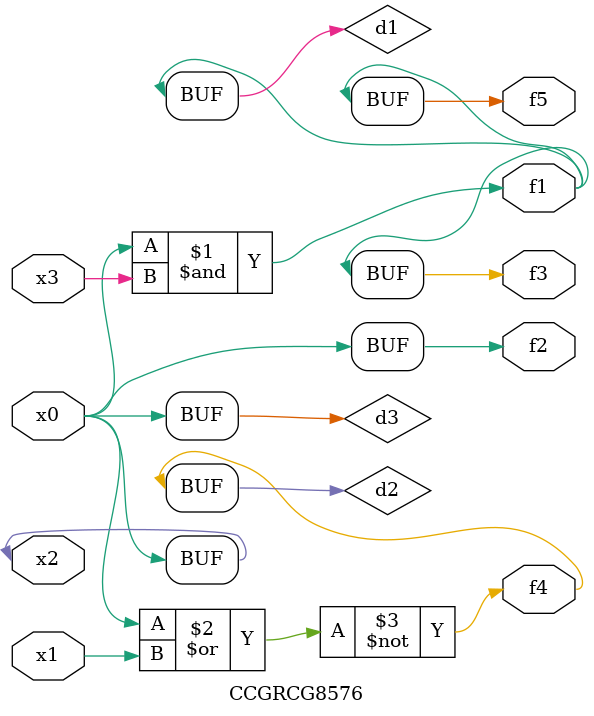
<source format=v>
module CCGRCG8576(
	input x0, x1, x2, x3,
	output f1, f2, f3, f4, f5
);

	wire d1, d2, d3;

	and (d1, x2, x3);
	nor (d2, x0, x1);
	buf (d3, x0, x2);
	assign f1 = d1;
	assign f2 = d3;
	assign f3 = d1;
	assign f4 = d2;
	assign f5 = d1;
endmodule

</source>
